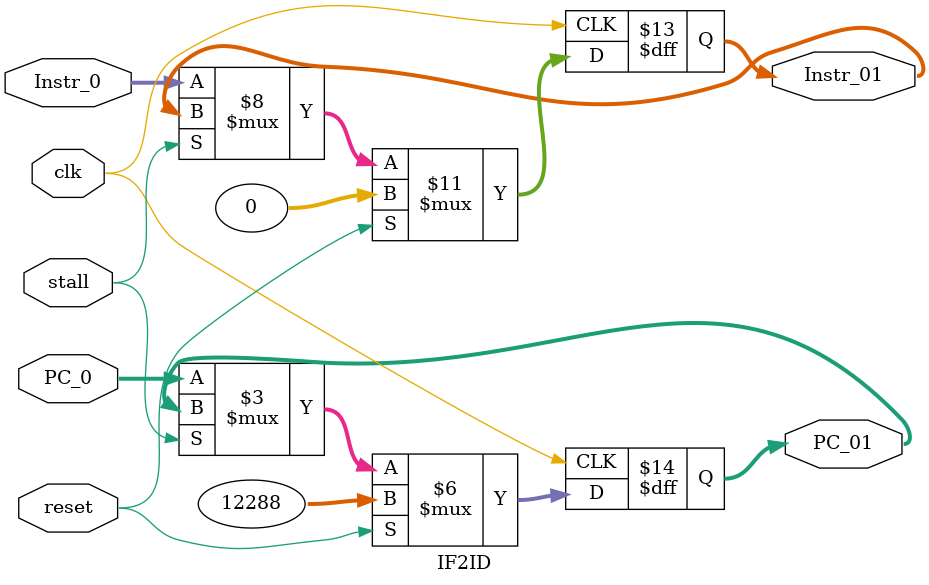
<source format=v>
`timescale 1ns / 1ps
module IF2ID(
    input clk,
    input reset,
	 input stall,
    input [31:0] Instr_0,
	 input [31:0] PC_0,
	 output reg [31:0] Instr_01,
	 output reg [31:0] PC_01
    );
	 
	 always @(posedge clk) begin
		if(reset) begin
			Instr_01<=32'h0;
			PC_01<=32'h00003000;
		end
		else if(!stall) begin
			Instr_01<=Instr_0;
			PC_01<=PC_0;
		end
	 end


endmodule

</source>
